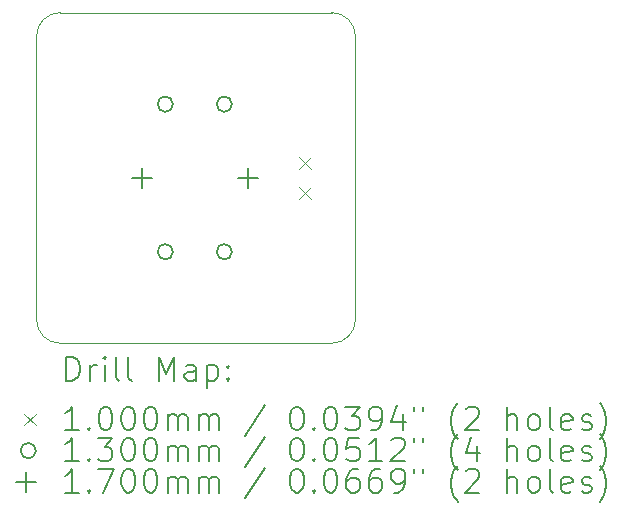
<source format=gbr>
%FSLAX45Y45*%
G04 Gerber Fmt 4.5, Leading zero omitted, Abs format (unit mm)*
G04 Created by KiCad (PCBNEW 6.0.4-6f826c9f35~116~ubuntu20.04.1) date 2022-04-30 09:46:03*
%MOMM*%
%LPD*%
G01*
G04 APERTURE LIST*
%TA.AperFunction,Profile*%
%ADD10C,0.100000*%
%TD*%
%ADD11C,0.200000*%
%ADD12C,0.100000*%
%ADD13C,0.130000*%
%ADD14C,0.170000*%
G04 APERTURE END LIST*
D10*
X8100000Y-6700000D02*
G75*
G03*
X8300000Y-6900000I200000J0D01*
G01*
X10600000Y-6900000D02*
G75*
G03*
X10800000Y-6700000I0J200000D01*
G01*
X10800000Y-4300000D02*
G75*
G03*
X10600000Y-4100000I-200000J0D01*
G01*
X8300000Y-4100000D02*
G75*
G03*
X8100000Y-4300000I0J-200000D01*
G01*
X8100000Y-6700000D02*
X8100000Y-4300000D01*
X10600000Y-6900000D02*
X8300000Y-6900000D01*
X10800000Y-4300000D02*
X10800000Y-6700000D01*
X8300000Y-4100000D02*
X10600000Y-4100000D01*
D11*
D12*
X10320000Y-5322500D02*
X10420000Y-5422500D01*
X10420000Y-5322500D02*
X10320000Y-5422500D01*
X10320000Y-5576500D02*
X10420000Y-5676500D01*
X10420000Y-5576500D02*
X10320000Y-5676500D01*
D13*
X9255000Y-4875000D02*
G75*
G03*
X9255000Y-4875000I-65000J0D01*
G01*
X9255000Y-6125000D02*
G75*
G03*
X9255000Y-6125000I-65000J0D01*
G01*
X9755000Y-4875000D02*
G75*
G03*
X9755000Y-4875000I-65000J0D01*
G01*
X9755000Y-6125000D02*
G75*
G03*
X9755000Y-6125000I-65000J0D01*
G01*
D14*
X8990000Y-5415000D02*
X8990000Y-5585000D01*
X8905000Y-5500000D02*
X9075000Y-5500000D01*
X9890000Y-5415000D02*
X9890000Y-5585000D01*
X9805000Y-5500000D02*
X9975000Y-5500000D01*
D11*
X8352619Y-7215476D02*
X8352619Y-7015476D01*
X8400238Y-7015476D01*
X8428810Y-7025000D01*
X8447857Y-7044048D01*
X8457381Y-7063095D01*
X8466905Y-7101190D01*
X8466905Y-7129762D01*
X8457381Y-7167857D01*
X8447857Y-7186905D01*
X8428810Y-7205952D01*
X8400238Y-7215476D01*
X8352619Y-7215476D01*
X8552619Y-7215476D02*
X8552619Y-7082143D01*
X8552619Y-7120238D02*
X8562143Y-7101190D01*
X8571667Y-7091667D01*
X8590714Y-7082143D01*
X8609762Y-7082143D01*
X8676429Y-7215476D02*
X8676429Y-7082143D01*
X8676429Y-7015476D02*
X8666905Y-7025000D01*
X8676429Y-7034524D01*
X8685952Y-7025000D01*
X8676429Y-7015476D01*
X8676429Y-7034524D01*
X8800238Y-7215476D02*
X8781190Y-7205952D01*
X8771667Y-7186905D01*
X8771667Y-7015476D01*
X8905000Y-7215476D02*
X8885952Y-7205952D01*
X8876429Y-7186905D01*
X8876429Y-7015476D01*
X9133571Y-7215476D02*
X9133571Y-7015476D01*
X9200238Y-7158333D01*
X9266905Y-7015476D01*
X9266905Y-7215476D01*
X9447857Y-7215476D02*
X9447857Y-7110714D01*
X9438333Y-7091667D01*
X9419286Y-7082143D01*
X9381190Y-7082143D01*
X9362143Y-7091667D01*
X9447857Y-7205952D02*
X9428810Y-7215476D01*
X9381190Y-7215476D01*
X9362143Y-7205952D01*
X9352619Y-7186905D01*
X9352619Y-7167857D01*
X9362143Y-7148809D01*
X9381190Y-7139286D01*
X9428810Y-7139286D01*
X9447857Y-7129762D01*
X9543095Y-7082143D02*
X9543095Y-7282143D01*
X9543095Y-7091667D02*
X9562143Y-7082143D01*
X9600238Y-7082143D01*
X9619286Y-7091667D01*
X9628810Y-7101190D01*
X9638333Y-7120238D01*
X9638333Y-7177381D01*
X9628810Y-7196428D01*
X9619286Y-7205952D01*
X9600238Y-7215476D01*
X9562143Y-7215476D01*
X9543095Y-7205952D01*
X9724048Y-7196428D02*
X9733571Y-7205952D01*
X9724048Y-7215476D01*
X9714524Y-7205952D01*
X9724048Y-7196428D01*
X9724048Y-7215476D01*
X9724048Y-7091667D02*
X9733571Y-7101190D01*
X9724048Y-7110714D01*
X9714524Y-7101190D01*
X9724048Y-7091667D01*
X9724048Y-7110714D01*
D12*
X7995000Y-7495000D02*
X8095000Y-7595000D01*
X8095000Y-7495000D02*
X7995000Y-7595000D01*
D11*
X8457381Y-7635476D02*
X8343095Y-7635476D01*
X8400238Y-7635476D02*
X8400238Y-7435476D01*
X8381190Y-7464048D01*
X8362143Y-7483095D01*
X8343095Y-7492619D01*
X8543095Y-7616428D02*
X8552619Y-7625952D01*
X8543095Y-7635476D01*
X8533571Y-7625952D01*
X8543095Y-7616428D01*
X8543095Y-7635476D01*
X8676429Y-7435476D02*
X8695476Y-7435476D01*
X8714524Y-7445000D01*
X8724048Y-7454524D01*
X8733571Y-7473571D01*
X8743095Y-7511667D01*
X8743095Y-7559286D01*
X8733571Y-7597381D01*
X8724048Y-7616428D01*
X8714524Y-7625952D01*
X8695476Y-7635476D01*
X8676429Y-7635476D01*
X8657381Y-7625952D01*
X8647857Y-7616428D01*
X8638333Y-7597381D01*
X8628810Y-7559286D01*
X8628810Y-7511667D01*
X8638333Y-7473571D01*
X8647857Y-7454524D01*
X8657381Y-7445000D01*
X8676429Y-7435476D01*
X8866905Y-7435476D02*
X8885952Y-7435476D01*
X8905000Y-7445000D01*
X8914524Y-7454524D01*
X8924048Y-7473571D01*
X8933571Y-7511667D01*
X8933571Y-7559286D01*
X8924048Y-7597381D01*
X8914524Y-7616428D01*
X8905000Y-7625952D01*
X8885952Y-7635476D01*
X8866905Y-7635476D01*
X8847857Y-7625952D01*
X8838333Y-7616428D01*
X8828810Y-7597381D01*
X8819286Y-7559286D01*
X8819286Y-7511667D01*
X8828810Y-7473571D01*
X8838333Y-7454524D01*
X8847857Y-7445000D01*
X8866905Y-7435476D01*
X9057381Y-7435476D02*
X9076429Y-7435476D01*
X9095476Y-7445000D01*
X9105000Y-7454524D01*
X9114524Y-7473571D01*
X9124048Y-7511667D01*
X9124048Y-7559286D01*
X9114524Y-7597381D01*
X9105000Y-7616428D01*
X9095476Y-7625952D01*
X9076429Y-7635476D01*
X9057381Y-7635476D01*
X9038333Y-7625952D01*
X9028810Y-7616428D01*
X9019286Y-7597381D01*
X9009762Y-7559286D01*
X9009762Y-7511667D01*
X9019286Y-7473571D01*
X9028810Y-7454524D01*
X9038333Y-7445000D01*
X9057381Y-7435476D01*
X9209762Y-7635476D02*
X9209762Y-7502143D01*
X9209762Y-7521190D02*
X9219286Y-7511667D01*
X9238333Y-7502143D01*
X9266905Y-7502143D01*
X9285952Y-7511667D01*
X9295476Y-7530714D01*
X9295476Y-7635476D01*
X9295476Y-7530714D02*
X9305000Y-7511667D01*
X9324048Y-7502143D01*
X9352619Y-7502143D01*
X9371667Y-7511667D01*
X9381190Y-7530714D01*
X9381190Y-7635476D01*
X9476429Y-7635476D02*
X9476429Y-7502143D01*
X9476429Y-7521190D02*
X9485952Y-7511667D01*
X9505000Y-7502143D01*
X9533571Y-7502143D01*
X9552619Y-7511667D01*
X9562143Y-7530714D01*
X9562143Y-7635476D01*
X9562143Y-7530714D02*
X9571667Y-7511667D01*
X9590714Y-7502143D01*
X9619286Y-7502143D01*
X9638333Y-7511667D01*
X9647857Y-7530714D01*
X9647857Y-7635476D01*
X10038333Y-7425952D02*
X9866905Y-7683095D01*
X10295476Y-7435476D02*
X10314524Y-7435476D01*
X10333571Y-7445000D01*
X10343095Y-7454524D01*
X10352619Y-7473571D01*
X10362143Y-7511667D01*
X10362143Y-7559286D01*
X10352619Y-7597381D01*
X10343095Y-7616428D01*
X10333571Y-7625952D01*
X10314524Y-7635476D01*
X10295476Y-7635476D01*
X10276429Y-7625952D01*
X10266905Y-7616428D01*
X10257381Y-7597381D01*
X10247857Y-7559286D01*
X10247857Y-7511667D01*
X10257381Y-7473571D01*
X10266905Y-7454524D01*
X10276429Y-7445000D01*
X10295476Y-7435476D01*
X10447857Y-7616428D02*
X10457381Y-7625952D01*
X10447857Y-7635476D01*
X10438333Y-7625952D01*
X10447857Y-7616428D01*
X10447857Y-7635476D01*
X10581190Y-7435476D02*
X10600238Y-7435476D01*
X10619286Y-7445000D01*
X10628810Y-7454524D01*
X10638333Y-7473571D01*
X10647857Y-7511667D01*
X10647857Y-7559286D01*
X10638333Y-7597381D01*
X10628810Y-7616428D01*
X10619286Y-7625952D01*
X10600238Y-7635476D01*
X10581190Y-7635476D01*
X10562143Y-7625952D01*
X10552619Y-7616428D01*
X10543095Y-7597381D01*
X10533571Y-7559286D01*
X10533571Y-7511667D01*
X10543095Y-7473571D01*
X10552619Y-7454524D01*
X10562143Y-7445000D01*
X10581190Y-7435476D01*
X10714524Y-7435476D02*
X10838333Y-7435476D01*
X10771667Y-7511667D01*
X10800238Y-7511667D01*
X10819286Y-7521190D01*
X10828810Y-7530714D01*
X10838333Y-7549762D01*
X10838333Y-7597381D01*
X10828810Y-7616428D01*
X10819286Y-7625952D01*
X10800238Y-7635476D01*
X10743095Y-7635476D01*
X10724048Y-7625952D01*
X10714524Y-7616428D01*
X10933571Y-7635476D02*
X10971667Y-7635476D01*
X10990714Y-7625952D01*
X11000238Y-7616428D01*
X11019286Y-7587857D01*
X11028810Y-7549762D01*
X11028810Y-7473571D01*
X11019286Y-7454524D01*
X11009762Y-7445000D01*
X10990714Y-7435476D01*
X10952619Y-7435476D01*
X10933571Y-7445000D01*
X10924048Y-7454524D01*
X10914524Y-7473571D01*
X10914524Y-7521190D01*
X10924048Y-7540238D01*
X10933571Y-7549762D01*
X10952619Y-7559286D01*
X10990714Y-7559286D01*
X11009762Y-7549762D01*
X11019286Y-7540238D01*
X11028810Y-7521190D01*
X11200238Y-7502143D02*
X11200238Y-7635476D01*
X11152619Y-7425952D02*
X11105000Y-7568809D01*
X11228809Y-7568809D01*
X11295476Y-7435476D02*
X11295476Y-7473571D01*
X11371667Y-7435476D02*
X11371667Y-7473571D01*
X11666905Y-7711667D02*
X11657381Y-7702143D01*
X11638333Y-7673571D01*
X11628809Y-7654524D01*
X11619286Y-7625952D01*
X11609762Y-7578333D01*
X11609762Y-7540238D01*
X11619286Y-7492619D01*
X11628809Y-7464048D01*
X11638333Y-7445000D01*
X11657381Y-7416428D01*
X11666905Y-7406905D01*
X11733571Y-7454524D02*
X11743095Y-7445000D01*
X11762143Y-7435476D01*
X11809762Y-7435476D01*
X11828809Y-7445000D01*
X11838333Y-7454524D01*
X11847857Y-7473571D01*
X11847857Y-7492619D01*
X11838333Y-7521190D01*
X11724048Y-7635476D01*
X11847857Y-7635476D01*
X12085952Y-7635476D02*
X12085952Y-7435476D01*
X12171667Y-7635476D02*
X12171667Y-7530714D01*
X12162143Y-7511667D01*
X12143095Y-7502143D01*
X12114524Y-7502143D01*
X12095476Y-7511667D01*
X12085952Y-7521190D01*
X12295476Y-7635476D02*
X12276428Y-7625952D01*
X12266905Y-7616428D01*
X12257381Y-7597381D01*
X12257381Y-7540238D01*
X12266905Y-7521190D01*
X12276428Y-7511667D01*
X12295476Y-7502143D01*
X12324048Y-7502143D01*
X12343095Y-7511667D01*
X12352619Y-7521190D01*
X12362143Y-7540238D01*
X12362143Y-7597381D01*
X12352619Y-7616428D01*
X12343095Y-7625952D01*
X12324048Y-7635476D01*
X12295476Y-7635476D01*
X12476428Y-7635476D02*
X12457381Y-7625952D01*
X12447857Y-7606905D01*
X12447857Y-7435476D01*
X12628809Y-7625952D02*
X12609762Y-7635476D01*
X12571667Y-7635476D01*
X12552619Y-7625952D01*
X12543095Y-7606905D01*
X12543095Y-7530714D01*
X12552619Y-7511667D01*
X12571667Y-7502143D01*
X12609762Y-7502143D01*
X12628809Y-7511667D01*
X12638333Y-7530714D01*
X12638333Y-7549762D01*
X12543095Y-7568809D01*
X12714524Y-7625952D02*
X12733571Y-7635476D01*
X12771667Y-7635476D01*
X12790714Y-7625952D01*
X12800238Y-7606905D01*
X12800238Y-7597381D01*
X12790714Y-7578333D01*
X12771667Y-7568809D01*
X12743095Y-7568809D01*
X12724048Y-7559286D01*
X12714524Y-7540238D01*
X12714524Y-7530714D01*
X12724048Y-7511667D01*
X12743095Y-7502143D01*
X12771667Y-7502143D01*
X12790714Y-7511667D01*
X12866905Y-7711667D02*
X12876428Y-7702143D01*
X12895476Y-7673571D01*
X12905000Y-7654524D01*
X12914524Y-7625952D01*
X12924048Y-7578333D01*
X12924048Y-7540238D01*
X12914524Y-7492619D01*
X12905000Y-7464048D01*
X12895476Y-7445000D01*
X12876428Y-7416428D01*
X12866905Y-7406905D01*
D13*
X8095000Y-7809000D02*
G75*
G03*
X8095000Y-7809000I-65000J0D01*
G01*
D11*
X8457381Y-7899476D02*
X8343095Y-7899476D01*
X8400238Y-7899476D02*
X8400238Y-7699476D01*
X8381190Y-7728048D01*
X8362143Y-7747095D01*
X8343095Y-7756619D01*
X8543095Y-7880428D02*
X8552619Y-7889952D01*
X8543095Y-7899476D01*
X8533571Y-7889952D01*
X8543095Y-7880428D01*
X8543095Y-7899476D01*
X8619286Y-7699476D02*
X8743095Y-7699476D01*
X8676429Y-7775667D01*
X8705000Y-7775667D01*
X8724048Y-7785190D01*
X8733571Y-7794714D01*
X8743095Y-7813762D01*
X8743095Y-7861381D01*
X8733571Y-7880428D01*
X8724048Y-7889952D01*
X8705000Y-7899476D01*
X8647857Y-7899476D01*
X8628810Y-7889952D01*
X8619286Y-7880428D01*
X8866905Y-7699476D02*
X8885952Y-7699476D01*
X8905000Y-7709000D01*
X8914524Y-7718524D01*
X8924048Y-7737571D01*
X8933571Y-7775667D01*
X8933571Y-7823286D01*
X8924048Y-7861381D01*
X8914524Y-7880428D01*
X8905000Y-7889952D01*
X8885952Y-7899476D01*
X8866905Y-7899476D01*
X8847857Y-7889952D01*
X8838333Y-7880428D01*
X8828810Y-7861381D01*
X8819286Y-7823286D01*
X8819286Y-7775667D01*
X8828810Y-7737571D01*
X8838333Y-7718524D01*
X8847857Y-7709000D01*
X8866905Y-7699476D01*
X9057381Y-7699476D02*
X9076429Y-7699476D01*
X9095476Y-7709000D01*
X9105000Y-7718524D01*
X9114524Y-7737571D01*
X9124048Y-7775667D01*
X9124048Y-7823286D01*
X9114524Y-7861381D01*
X9105000Y-7880428D01*
X9095476Y-7889952D01*
X9076429Y-7899476D01*
X9057381Y-7899476D01*
X9038333Y-7889952D01*
X9028810Y-7880428D01*
X9019286Y-7861381D01*
X9009762Y-7823286D01*
X9009762Y-7775667D01*
X9019286Y-7737571D01*
X9028810Y-7718524D01*
X9038333Y-7709000D01*
X9057381Y-7699476D01*
X9209762Y-7899476D02*
X9209762Y-7766143D01*
X9209762Y-7785190D02*
X9219286Y-7775667D01*
X9238333Y-7766143D01*
X9266905Y-7766143D01*
X9285952Y-7775667D01*
X9295476Y-7794714D01*
X9295476Y-7899476D01*
X9295476Y-7794714D02*
X9305000Y-7775667D01*
X9324048Y-7766143D01*
X9352619Y-7766143D01*
X9371667Y-7775667D01*
X9381190Y-7794714D01*
X9381190Y-7899476D01*
X9476429Y-7899476D02*
X9476429Y-7766143D01*
X9476429Y-7785190D02*
X9485952Y-7775667D01*
X9505000Y-7766143D01*
X9533571Y-7766143D01*
X9552619Y-7775667D01*
X9562143Y-7794714D01*
X9562143Y-7899476D01*
X9562143Y-7794714D02*
X9571667Y-7775667D01*
X9590714Y-7766143D01*
X9619286Y-7766143D01*
X9638333Y-7775667D01*
X9647857Y-7794714D01*
X9647857Y-7899476D01*
X10038333Y-7689952D02*
X9866905Y-7947095D01*
X10295476Y-7699476D02*
X10314524Y-7699476D01*
X10333571Y-7709000D01*
X10343095Y-7718524D01*
X10352619Y-7737571D01*
X10362143Y-7775667D01*
X10362143Y-7823286D01*
X10352619Y-7861381D01*
X10343095Y-7880428D01*
X10333571Y-7889952D01*
X10314524Y-7899476D01*
X10295476Y-7899476D01*
X10276429Y-7889952D01*
X10266905Y-7880428D01*
X10257381Y-7861381D01*
X10247857Y-7823286D01*
X10247857Y-7775667D01*
X10257381Y-7737571D01*
X10266905Y-7718524D01*
X10276429Y-7709000D01*
X10295476Y-7699476D01*
X10447857Y-7880428D02*
X10457381Y-7889952D01*
X10447857Y-7899476D01*
X10438333Y-7889952D01*
X10447857Y-7880428D01*
X10447857Y-7899476D01*
X10581190Y-7699476D02*
X10600238Y-7699476D01*
X10619286Y-7709000D01*
X10628810Y-7718524D01*
X10638333Y-7737571D01*
X10647857Y-7775667D01*
X10647857Y-7823286D01*
X10638333Y-7861381D01*
X10628810Y-7880428D01*
X10619286Y-7889952D01*
X10600238Y-7899476D01*
X10581190Y-7899476D01*
X10562143Y-7889952D01*
X10552619Y-7880428D01*
X10543095Y-7861381D01*
X10533571Y-7823286D01*
X10533571Y-7775667D01*
X10543095Y-7737571D01*
X10552619Y-7718524D01*
X10562143Y-7709000D01*
X10581190Y-7699476D01*
X10828810Y-7699476D02*
X10733571Y-7699476D01*
X10724048Y-7794714D01*
X10733571Y-7785190D01*
X10752619Y-7775667D01*
X10800238Y-7775667D01*
X10819286Y-7785190D01*
X10828810Y-7794714D01*
X10838333Y-7813762D01*
X10838333Y-7861381D01*
X10828810Y-7880428D01*
X10819286Y-7889952D01*
X10800238Y-7899476D01*
X10752619Y-7899476D01*
X10733571Y-7889952D01*
X10724048Y-7880428D01*
X11028810Y-7899476D02*
X10914524Y-7899476D01*
X10971667Y-7899476D02*
X10971667Y-7699476D01*
X10952619Y-7728048D01*
X10933571Y-7747095D01*
X10914524Y-7756619D01*
X11105000Y-7718524D02*
X11114524Y-7709000D01*
X11133571Y-7699476D01*
X11181190Y-7699476D01*
X11200238Y-7709000D01*
X11209762Y-7718524D01*
X11219286Y-7737571D01*
X11219286Y-7756619D01*
X11209762Y-7785190D01*
X11095476Y-7899476D01*
X11219286Y-7899476D01*
X11295476Y-7699476D02*
X11295476Y-7737571D01*
X11371667Y-7699476D02*
X11371667Y-7737571D01*
X11666905Y-7975667D02*
X11657381Y-7966143D01*
X11638333Y-7937571D01*
X11628809Y-7918524D01*
X11619286Y-7889952D01*
X11609762Y-7842333D01*
X11609762Y-7804238D01*
X11619286Y-7756619D01*
X11628809Y-7728048D01*
X11638333Y-7709000D01*
X11657381Y-7680428D01*
X11666905Y-7670905D01*
X11828809Y-7766143D02*
X11828809Y-7899476D01*
X11781190Y-7689952D02*
X11733571Y-7832809D01*
X11857381Y-7832809D01*
X12085952Y-7899476D02*
X12085952Y-7699476D01*
X12171667Y-7899476D02*
X12171667Y-7794714D01*
X12162143Y-7775667D01*
X12143095Y-7766143D01*
X12114524Y-7766143D01*
X12095476Y-7775667D01*
X12085952Y-7785190D01*
X12295476Y-7899476D02*
X12276428Y-7889952D01*
X12266905Y-7880428D01*
X12257381Y-7861381D01*
X12257381Y-7804238D01*
X12266905Y-7785190D01*
X12276428Y-7775667D01*
X12295476Y-7766143D01*
X12324048Y-7766143D01*
X12343095Y-7775667D01*
X12352619Y-7785190D01*
X12362143Y-7804238D01*
X12362143Y-7861381D01*
X12352619Y-7880428D01*
X12343095Y-7889952D01*
X12324048Y-7899476D01*
X12295476Y-7899476D01*
X12476428Y-7899476D02*
X12457381Y-7889952D01*
X12447857Y-7870905D01*
X12447857Y-7699476D01*
X12628809Y-7889952D02*
X12609762Y-7899476D01*
X12571667Y-7899476D01*
X12552619Y-7889952D01*
X12543095Y-7870905D01*
X12543095Y-7794714D01*
X12552619Y-7775667D01*
X12571667Y-7766143D01*
X12609762Y-7766143D01*
X12628809Y-7775667D01*
X12638333Y-7794714D01*
X12638333Y-7813762D01*
X12543095Y-7832809D01*
X12714524Y-7889952D02*
X12733571Y-7899476D01*
X12771667Y-7899476D01*
X12790714Y-7889952D01*
X12800238Y-7870905D01*
X12800238Y-7861381D01*
X12790714Y-7842333D01*
X12771667Y-7832809D01*
X12743095Y-7832809D01*
X12724048Y-7823286D01*
X12714524Y-7804238D01*
X12714524Y-7794714D01*
X12724048Y-7775667D01*
X12743095Y-7766143D01*
X12771667Y-7766143D01*
X12790714Y-7775667D01*
X12866905Y-7975667D02*
X12876428Y-7966143D01*
X12895476Y-7937571D01*
X12905000Y-7918524D01*
X12914524Y-7889952D01*
X12924048Y-7842333D01*
X12924048Y-7804238D01*
X12914524Y-7756619D01*
X12905000Y-7728048D01*
X12895476Y-7709000D01*
X12876428Y-7680428D01*
X12866905Y-7670905D01*
D14*
X8010000Y-7988000D02*
X8010000Y-8158000D01*
X7925000Y-8073000D02*
X8095000Y-8073000D01*
D11*
X8457381Y-8163476D02*
X8343095Y-8163476D01*
X8400238Y-8163476D02*
X8400238Y-7963476D01*
X8381190Y-7992048D01*
X8362143Y-8011095D01*
X8343095Y-8020619D01*
X8543095Y-8144428D02*
X8552619Y-8153952D01*
X8543095Y-8163476D01*
X8533571Y-8153952D01*
X8543095Y-8144428D01*
X8543095Y-8163476D01*
X8619286Y-7963476D02*
X8752619Y-7963476D01*
X8666905Y-8163476D01*
X8866905Y-7963476D02*
X8885952Y-7963476D01*
X8905000Y-7973000D01*
X8914524Y-7982524D01*
X8924048Y-8001571D01*
X8933571Y-8039667D01*
X8933571Y-8087286D01*
X8924048Y-8125381D01*
X8914524Y-8144428D01*
X8905000Y-8153952D01*
X8885952Y-8163476D01*
X8866905Y-8163476D01*
X8847857Y-8153952D01*
X8838333Y-8144428D01*
X8828810Y-8125381D01*
X8819286Y-8087286D01*
X8819286Y-8039667D01*
X8828810Y-8001571D01*
X8838333Y-7982524D01*
X8847857Y-7973000D01*
X8866905Y-7963476D01*
X9057381Y-7963476D02*
X9076429Y-7963476D01*
X9095476Y-7973000D01*
X9105000Y-7982524D01*
X9114524Y-8001571D01*
X9124048Y-8039667D01*
X9124048Y-8087286D01*
X9114524Y-8125381D01*
X9105000Y-8144428D01*
X9095476Y-8153952D01*
X9076429Y-8163476D01*
X9057381Y-8163476D01*
X9038333Y-8153952D01*
X9028810Y-8144428D01*
X9019286Y-8125381D01*
X9009762Y-8087286D01*
X9009762Y-8039667D01*
X9019286Y-8001571D01*
X9028810Y-7982524D01*
X9038333Y-7973000D01*
X9057381Y-7963476D01*
X9209762Y-8163476D02*
X9209762Y-8030143D01*
X9209762Y-8049190D02*
X9219286Y-8039667D01*
X9238333Y-8030143D01*
X9266905Y-8030143D01*
X9285952Y-8039667D01*
X9295476Y-8058714D01*
X9295476Y-8163476D01*
X9295476Y-8058714D02*
X9305000Y-8039667D01*
X9324048Y-8030143D01*
X9352619Y-8030143D01*
X9371667Y-8039667D01*
X9381190Y-8058714D01*
X9381190Y-8163476D01*
X9476429Y-8163476D02*
X9476429Y-8030143D01*
X9476429Y-8049190D02*
X9485952Y-8039667D01*
X9505000Y-8030143D01*
X9533571Y-8030143D01*
X9552619Y-8039667D01*
X9562143Y-8058714D01*
X9562143Y-8163476D01*
X9562143Y-8058714D02*
X9571667Y-8039667D01*
X9590714Y-8030143D01*
X9619286Y-8030143D01*
X9638333Y-8039667D01*
X9647857Y-8058714D01*
X9647857Y-8163476D01*
X10038333Y-7953952D02*
X9866905Y-8211095D01*
X10295476Y-7963476D02*
X10314524Y-7963476D01*
X10333571Y-7973000D01*
X10343095Y-7982524D01*
X10352619Y-8001571D01*
X10362143Y-8039667D01*
X10362143Y-8087286D01*
X10352619Y-8125381D01*
X10343095Y-8144428D01*
X10333571Y-8153952D01*
X10314524Y-8163476D01*
X10295476Y-8163476D01*
X10276429Y-8153952D01*
X10266905Y-8144428D01*
X10257381Y-8125381D01*
X10247857Y-8087286D01*
X10247857Y-8039667D01*
X10257381Y-8001571D01*
X10266905Y-7982524D01*
X10276429Y-7973000D01*
X10295476Y-7963476D01*
X10447857Y-8144428D02*
X10457381Y-8153952D01*
X10447857Y-8163476D01*
X10438333Y-8153952D01*
X10447857Y-8144428D01*
X10447857Y-8163476D01*
X10581190Y-7963476D02*
X10600238Y-7963476D01*
X10619286Y-7973000D01*
X10628810Y-7982524D01*
X10638333Y-8001571D01*
X10647857Y-8039667D01*
X10647857Y-8087286D01*
X10638333Y-8125381D01*
X10628810Y-8144428D01*
X10619286Y-8153952D01*
X10600238Y-8163476D01*
X10581190Y-8163476D01*
X10562143Y-8153952D01*
X10552619Y-8144428D01*
X10543095Y-8125381D01*
X10533571Y-8087286D01*
X10533571Y-8039667D01*
X10543095Y-8001571D01*
X10552619Y-7982524D01*
X10562143Y-7973000D01*
X10581190Y-7963476D01*
X10819286Y-7963476D02*
X10781190Y-7963476D01*
X10762143Y-7973000D01*
X10752619Y-7982524D01*
X10733571Y-8011095D01*
X10724048Y-8049190D01*
X10724048Y-8125381D01*
X10733571Y-8144428D01*
X10743095Y-8153952D01*
X10762143Y-8163476D01*
X10800238Y-8163476D01*
X10819286Y-8153952D01*
X10828810Y-8144428D01*
X10838333Y-8125381D01*
X10838333Y-8077762D01*
X10828810Y-8058714D01*
X10819286Y-8049190D01*
X10800238Y-8039667D01*
X10762143Y-8039667D01*
X10743095Y-8049190D01*
X10733571Y-8058714D01*
X10724048Y-8077762D01*
X11009762Y-7963476D02*
X10971667Y-7963476D01*
X10952619Y-7973000D01*
X10943095Y-7982524D01*
X10924048Y-8011095D01*
X10914524Y-8049190D01*
X10914524Y-8125381D01*
X10924048Y-8144428D01*
X10933571Y-8153952D01*
X10952619Y-8163476D01*
X10990714Y-8163476D01*
X11009762Y-8153952D01*
X11019286Y-8144428D01*
X11028810Y-8125381D01*
X11028810Y-8077762D01*
X11019286Y-8058714D01*
X11009762Y-8049190D01*
X10990714Y-8039667D01*
X10952619Y-8039667D01*
X10933571Y-8049190D01*
X10924048Y-8058714D01*
X10914524Y-8077762D01*
X11124048Y-8163476D02*
X11162143Y-8163476D01*
X11181190Y-8153952D01*
X11190714Y-8144428D01*
X11209762Y-8115857D01*
X11219286Y-8077762D01*
X11219286Y-8001571D01*
X11209762Y-7982524D01*
X11200238Y-7973000D01*
X11181190Y-7963476D01*
X11143095Y-7963476D01*
X11124048Y-7973000D01*
X11114524Y-7982524D01*
X11105000Y-8001571D01*
X11105000Y-8049190D01*
X11114524Y-8068238D01*
X11124048Y-8077762D01*
X11143095Y-8087286D01*
X11181190Y-8087286D01*
X11200238Y-8077762D01*
X11209762Y-8068238D01*
X11219286Y-8049190D01*
X11295476Y-7963476D02*
X11295476Y-8001571D01*
X11371667Y-7963476D02*
X11371667Y-8001571D01*
X11666905Y-8239667D02*
X11657381Y-8230143D01*
X11638333Y-8201571D01*
X11628809Y-8182524D01*
X11619286Y-8153952D01*
X11609762Y-8106333D01*
X11609762Y-8068238D01*
X11619286Y-8020619D01*
X11628809Y-7992048D01*
X11638333Y-7973000D01*
X11657381Y-7944428D01*
X11666905Y-7934905D01*
X11733571Y-7982524D02*
X11743095Y-7973000D01*
X11762143Y-7963476D01*
X11809762Y-7963476D01*
X11828809Y-7973000D01*
X11838333Y-7982524D01*
X11847857Y-8001571D01*
X11847857Y-8020619D01*
X11838333Y-8049190D01*
X11724048Y-8163476D01*
X11847857Y-8163476D01*
X12085952Y-8163476D02*
X12085952Y-7963476D01*
X12171667Y-8163476D02*
X12171667Y-8058714D01*
X12162143Y-8039667D01*
X12143095Y-8030143D01*
X12114524Y-8030143D01*
X12095476Y-8039667D01*
X12085952Y-8049190D01*
X12295476Y-8163476D02*
X12276428Y-8153952D01*
X12266905Y-8144428D01*
X12257381Y-8125381D01*
X12257381Y-8068238D01*
X12266905Y-8049190D01*
X12276428Y-8039667D01*
X12295476Y-8030143D01*
X12324048Y-8030143D01*
X12343095Y-8039667D01*
X12352619Y-8049190D01*
X12362143Y-8068238D01*
X12362143Y-8125381D01*
X12352619Y-8144428D01*
X12343095Y-8153952D01*
X12324048Y-8163476D01*
X12295476Y-8163476D01*
X12476428Y-8163476D02*
X12457381Y-8153952D01*
X12447857Y-8134905D01*
X12447857Y-7963476D01*
X12628809Y-8153952D02*
X12609762Y-8163476D01*
X12571667Y-8163476D01*
X12552619Y-8153952D01*
X12543095Y-8134905D01*
X12543095Y-8058714D01*
X12552619Y-8039667D01*
X12571667Y-8030143D01*
X12609762Y-8030143D01*
X12628809Y-8039667D01*
X12638333Y-8058714D01*
X12638333Y-8077762D01*
X12543095Y-8096809D01*
X12714524Y-8153952D02*
X12733571Y-8163476D01*
X12771667Y-8163476D01*
X12790714Y-8153952D01*
X12800238Y-8134905D01*
X12800238Y-8125381D01*
X12790714Y-8106333D01*
X12771667Y-8096809D01*
X12743095Y-8096809D01*
X12724048Y-8087286D01*
X12714524Y-8068238D01*
X12714524Y-8058714D01*
X12724048Y-8039667D01*
X12743095Y-8030143D01*
X12771667Y-8030143D01*
X12790714Y-8039667D01*
X12866905Y-8239667D02*
X12876428Y-8230143D01*
X12895476Y-8201571D01*
X12905000Y-8182524D01*
X12914524Y-8153952D01*
X12924048Y-8106333D01*
X12924048Y-8068238D01*
X12914524Y-8020619D01*
X12905000Y-7992048D01*
X12895476Y-7973000D01*
X12876428Y-7944428D01*
X12866905Y-7934905D01*
M02*

</source>
